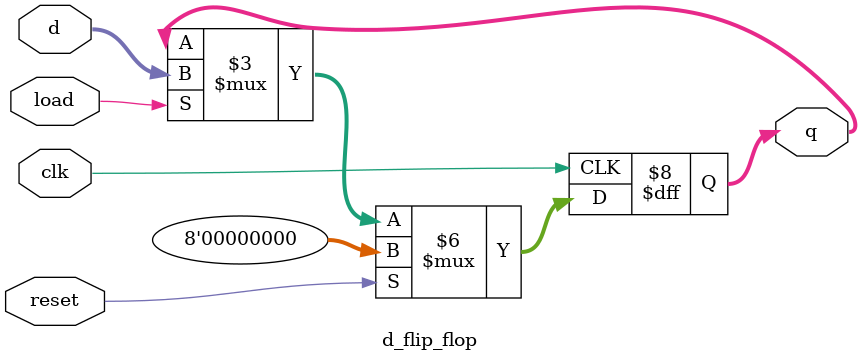
<source format=v>
`timescale 1ns / 1ps
module d_flip_flop #(parameter bits=8)(
    input [bits-1:0] d,
    input load,
    input clk,
    input reset,
    output reg [bits-1:0] q
    );

always@ (posedge clk)begin
	if(reset)
		q <= 0;
	else if(load)
		q <= d;
	else
		q <= q;
end

endmodule

</source>
